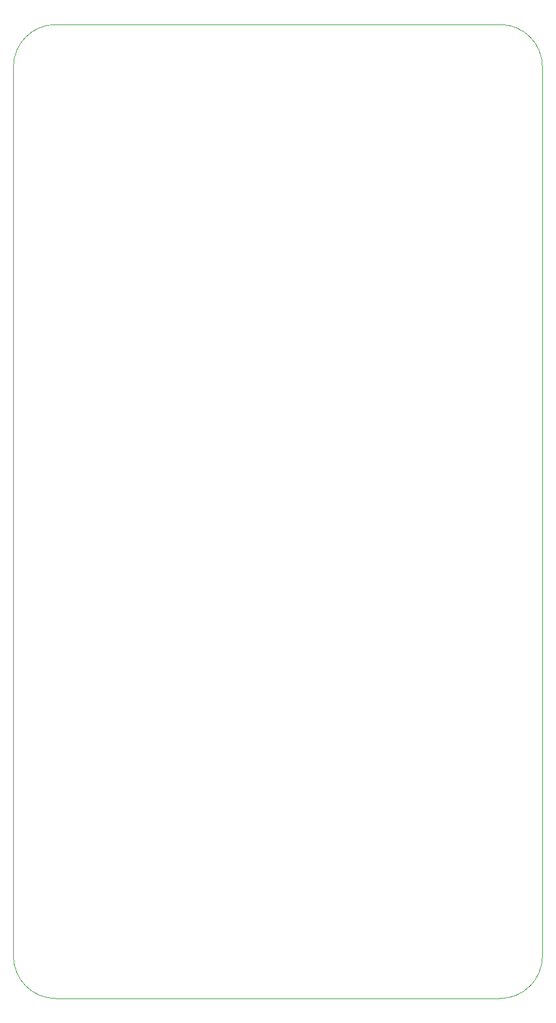
<source format=gbr>
%TF.GenerationSoftware,KiCad,Pcbnew,8.0.4*%
%TF.CreationDate,2024-07-29T20:22:16+09:30*%
%TF.ProjectId,2024_LED_Breakout_Board,32303234-5f4c-4454-945f-427265616b6f,rev?*%
%TF.SameCoordinates,Original*%
%TF.FileFunction,Profile,NP*%
%FSLAX46Y46*%
G04 Gerber Fmt 4.6, Leading zero omitted, Abs format (unit mm)*
G04 Created by KiCad (PCBNEW 8.0.4) date 2024-07-29 20:22:16*
%MOMM*%
%LPD*%
G01*
G04 APERTURE LIST*
%TA.AperFunction,Profile*%
%ADD10C,0.050000*%
%TD*%
G04 APERTURE END LIST*
D10*
X199500000Y-70000000D02*
X199500000Y-196000000D01*
X130500000Y-64000000D02*
X193500000Y-64000000D01*
X124500000Y-196000000D02*
X124500000Y-70000000D01*
X199500000Y-196000000D02*
G75*
G02*
X193500000Y-202000000I-6000000J0D01*
G01*
X130500000Y-202000000D02*
G75*
G02*
X124500000Y-196000000I0J6000000D01*
G01*
X193500000Y-202000000D02*
X130500000Y-202000000D01*
X124500000Y-70000000D02*
G75*
G02*
X130500000Y-64000000I6000000J0D01*
G01*
X193500000Y-64000000D02*
G75*
G02*
X199500000Y-70000000I0J-6000000D01*
G01*
M02*

</source>
